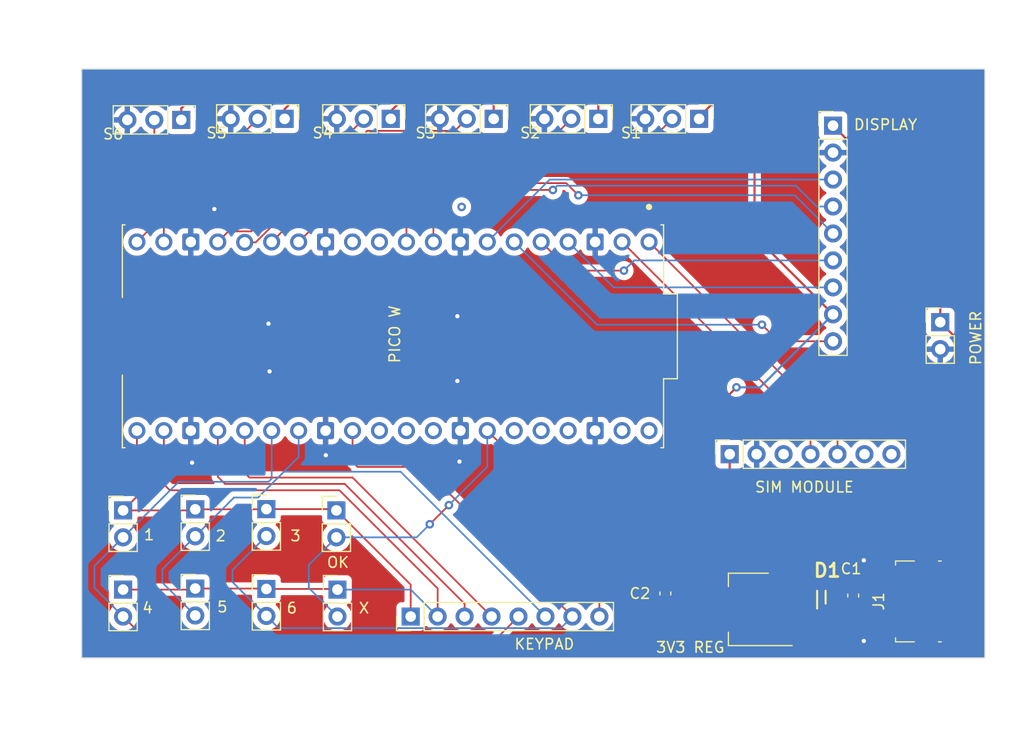
<source format=kicad_pcb>
(kicad_pcb (version 20221018) (generator pcbnew)
  (layers (0 "F.Cu" signal) (31 "B.Cu" signal) (34 "B.Paste" user) (35 "F.Paste" user) (36 "B.SilkS" user "B.Silkscreen") (37 "F.SilkS" user "F.Silkscreen") (38 "B.Mask" user) (39 "F.Mask" user) (44 "Edge.Cuts" user))
  (net 0 "")
  (net 1 "GND")
  (net 2 "/GP10")
  (net 3 "/GP11")
  (net 4 "/GP12")
  (net 5 "/GP13")
  (net 6 "+3V3")
  (net 7 "/GP2")
  (net 8 "/GP3")
  (net 9 "/GP4")
  (net 10 "/GP5")
  (net 11 "/GP6")
  (net 12 "/GP7")
  (net 13 "/GP14")
  (net 14 "/GP15")
  (net 15 "/GP16")
  (net 16 "/GP17")
  (net 17 "/GP18")
  (net 18 "/GP19")
  (net 19 "/GP20")
  (net 20 "/GP21")
  (net 21 "/GP22")
  (net 22 "/GP28")
  (net 26 "+5V")
  (net 31 "/RX")
  (net 32 "/TX")
  (footprint "Connector_PinHeader_2.54mm:PinHeader_1x03_P2.54mm_Vertical" (layer "F.Cu") (at 125.18 87.8 -90)
    (fp_text reference "S6" (at 1.33 6.41 -180) (layer "F.SilkS"))
    (fp_text value "Conn_01x03_Pin" hide)
    (fp_line (start -1.33 -1.33) (end 0 -1.33) (stroke (width 0.12)) (layer "F.SilkS"))
    (fp_line (start -1.33 0) (end -1.33 -1.33) (stroke (width 0.12)) (layer "F.SilkS"))
    (fp_line (start -1.33 1.27) (end -1.33 6.41) (stroke (width 0.12)) (layer "F.SilkS"))
    (fp_line (start -1.33 1.27) (end 1.33 1.27) (stroke (width 0.12)) (layer "F.SilkS"))
    (fp_line (start -1.33 6.41) (end 1.33 6.41) (stroke (width 0.12)) (layer "F.SilkS"))
    (fp_line (start 1.33 1.27) (end 1.33 6.41) (stroke (width 0.12)) (layer "F.SilkS"))
    (pad "1" thru_hole rect (at 0 0 270) (size 1.7 1.7) (drill 1) (layers "*.Cu" "*.Mask") (net 6 "+3V3"))
    (pad "2" thru_hole oval (at 0 2.54 270) (size 1.7 1.7) (drill 1) (layers "*.Cu" "*.Mask") (net 14 "/GP15"))
    (pad "3" thru_hole oval (at 0 5.08 270) (size 1.7 1.7) (drill 1) (layers "*.Cu" "*.Mask") (net 1 "GND"))
  )
  (footprint "Connector_PinHeader_2.54mm:PinHeader_1x02_P2.54mm_Vertical" (layer "F.Cu") (at 119.7 124.595)
    (fp_text reference "1" (at 2.45 2.305) (layer "F.SilkS"))
    (fp_text value "1" hide)
    (fp_line (start -1.33 -1.33) (end 0 -1.33) (stroke (width 0.12)) (layer "F.SilkS"))
    (fp_line (start -1.33 0) (end -1.33 -1.33) (stroke (width 0.12)) (layer "F.SilkS"))
    (fp_line (start -1.33 1.27) (end -1.33 3.87) (stroke (width 0.12)) (layer "F.SilkS"))
    (fp_line (start -1.33 1.27) (end 1.33 1.27) (stroke (width 0.12)) (layer "F.SilkS"))
    (fp_line (start -1.33 3.87) (end 1.33 3.87) (stroke (width 0.12)) (layer "F.SilkS"))
    (fp_line (start 1.33 1.27) (end 1.33 3.87) (stroke (width 0.12)) (layer "F.SilkS"))
    (pad "1" thru_hole rect (at 0 0) (size 1.7 1.7) (drill 1) (layers "*.Cu" "*.Mask") (net 15 "/GP16"))
    (pad "2" thru_hole oval (at 0 2.54) (size 1.7 1.7) (drill 1) (layers "*.Cu" "*.Mask") (net 19 "/GP20"))
  )
  (footprint "Connector_PinHeader_2.54mm:PinHeader_1x03_P2.54mm_Vertical" (layer "F.Cu") (at 144.92 87.7 -90)
    (fp_text reference "S4" (at 1.33 6.41 -180) (layer "F.SilkS"))
    (fp_text value "Conn_01x03_Pin" hide)
    (fp_line (start -1.33 -1.33) (end 0 -1.33) (stroke (width 0.12)) (layer "F.SilkS"))
    (fp_line (start -1.33 0) (end -1.33 -1.33) (stroke (width 0.12)) (layer "F.SilkS"))
    (fp_line (start -1.33 1.27) (end -1.33 6.41) (stroke (width 0.12)) (layer "F.SilkS"))
    (fp_line (start -1.33 1.27) (end 1.33 1.27) (stroke (width 0.12)) (layer "F.SilkS"))
    (fp_line (start -1.33 6.41) (end 1.33 6.41) (stroke (width 0.12)) (layer "F.SilkS"))
    (fp_line (start 1.33 1.27) (end 1.33 6.41) (stroke (width 0.12)) (layer "F.SilkS"))
    (pad "1" thru_hole rect (at 0 0 270) (size 1.7 1.7) (drill 1) (layers "*.Cu" "*.Mask") (net 6 "+3V3"))
    (pad "2" thru_hole oval (at 0 2.54 270) (size 1.7 1.7) (drill 1) (layers "*.Cu" "*.Mask") (net 5 "/GP13"))
    (pad "3" thru_hole oval (at 0 5.08 270) (size 1.7 1.7) (drill 1) (layers "*.Cu" "*.Mask") (net 1 "GND"))
  )
  (footprint "Connector_PinHeader_2.54mm:PinHeader_1x03_P2.54mm_Vertical" (layer "F.Cu") (at 154.62 87.7 -90)
    (fp_text reference "S3" (at 1.33 6.41 -180) (layer "F.SilkS"))
    (fp_text value "Conn_01x03_Pin" hide)
    (fp_line (start -1.33 -1.33) (end 0 -1.33) (stroke (width 0.12)) (layer "F.SilkS"))
    (fp_line (start -1.33 0) (end -1.33 -1.33) (stroke (width 0.12)) (layer "F.SilkS"))
    (fp_line (start -1.33 1.27) (end -1.33 6.41) (stroke (width 0.12)) (layer "F.SilkS"))
    (fp_line (start -1.33 1.27) (end 1.33 1.27) (stroke (width 0.12)) (layer "F.SilkS"))
    (fp_line (start -1.33 6.41) (end 1.33 6.41) (stroke (width 0.12)) (layer "F.SilkS"))
    (fp_line (start 1.33 1.27) (end 1.33 6.41) (stroke (width 0.12)) (layer "F.SilkS"))
    (pad "1" thru_hole rect (at 0 0 270) (size 1.7 1.7) (drill 1) (layers "*.Cu" "*.Mask") (net 6 "+3V3"))
    (pad "2" thru_hole oval (at 0 2.54 270) (size 1.7 1.7) (drill 1) (layers "*.Cu" "*.Mask") (net 4 "/GP12"))
    (pad "3" thru_hole oval (at 0 5.08 270) (size 1.7 1.7) (drill 1) (layers "*.Cu" "*.Mask") (net 1 "GND"))
  )
  (footprint "Connector_PinHeader_2.54mm:PinHeader_1x02_P2.54mm_Vertical" (layer "F.Cu") (at 196.7 106.86)
    (fp_text reference "POWER" (at 3.35 1.49 90) (layer "F.SilkS"))
    (fp_text value "Conn_01x02_Pin" hide)
    (fp_line (start -1.33 -1.33) (end 0 -1.33) (stroke (width 0.12)) (layer "F.SilkS"))
    (fp_line (start -1.33 0) (end -1.33 -1.33) (stroke (width 0.12)) (layer "F.SilkS"))
    (fp_line (start -1.33 1.27) (end -1.33 3.87) (stroke (width 0.12)) (layer "F.SilkS"))
    (fp_line (start -1.33 1.27) (end 1.33 1.27) (stroke (width 0.12)) (layer "F.SilkS"))
    (fp_line (start -1.33 3.87) (end 1.33 3.87) (stroke (width 0.12)) (layer "F.SilkS"))
    (fp_line (start 1.33 1.27) (end 1.33 3.87) (stroke (width 0.12)) (layer "F.SilkS"))
    (pad "1" thru_hole rect (at 0 0) (size 1.7 1.7) (drill 1) (layers "*.Cu" "*.Mask") (net 26 "+5V"))
    (pad "2" thru_hole oval (at 0 2.54) (size 1.7 1.7) (drill 1) (layers "*.Cu" "*.Mask") (net 1 "GND"))
  )
  (footprint "Connector_PinHeader_2.54mm:PinHeader_1x02_P2.54mm_Vertical" (layer "F.Cu") (at 119.7 132.06)
    (fp_text reference "4" (at 2.3 1.74) (layer "F.SilkS"))
    (fp_text value "4" hide)
    (fp_line (start -1.33 -1.33) (end 0 -1.33) (stroke (width 0.12)) (layer "F.SilkS"))
    (fp_line (start -1.33 0) (end -1.33 -1.33) (stroke (width 0.12)) (layer "F.SilkS"))
    (fp_line (start -1.33 1.27) (end -1.33 3.87) (stroke (width 0.12)) (layer "F.SilkS"))
    (fp_line (start -1.33 1.27) (end 1.33 1.27) (stroke (width 0.12)) (layer "F.SilkS"))
    (fp_line (start -1.33 3.87) (end 1.33 3.87) (stroke (width 0.12)) (layer "F.SilkS"))
    (fp_line (start 1.33 1.27) (end 1.33 3.87) (stroke (width 0.12)) (layer "F.SilkS"))
    (pad "1" thru_hole rect (at 0 0) (size 1.7 1.7) (drill 1) (layers "*.Cu" "*.Mask") (net 16 "/GP17"))
    (pad "2" thru_hole oval (at 0 2.54) (size 1.7 1.7) (drill 1) (layers "*.Cu" "*.Mask") (net 19 "/GP20"))
  )
  (footprint "Connector_PinHeader_2.54mm:PinHeader_1x03_P2.54mm_Vertical" (layer "F.Cu") (at 134.92 87.7 -90)
    (fp_text reference "S5" (at 1.33 6.41 -180) (layer "F.SilkS"))
    (fp_text value "Conn_01x03_Pin" hide)
    (fp_line (start -1.33 -1.33) (end 0 -1.33) (stroke (width 0.12)) (layer "F.SilkS"))
    (fp_line (start -1.33 0) (end -1.33 -1.33) (stroke (width 0.12)) (layer "F.SilkS"))
    (fp_line (start -1.33 1.27) (end -1.33 6.41) (stroke (width 0.12)) (layer "F.SilkS"))
    (fp_line (start -1.33 1.27) (end 1.33 1.27) (stroke (width 0.12)) (layer "F.SilkS"))
    (fp_line (start -1.33 6.41) (end 1.33 6.41) (stroke (width 0.12)) (layer "F.SilkS"))
    (fp_line (start 1.33 1.27) (end 1.33 6.41) (stroke (width 0.12)) (layer "F.SilkS"))
    (pad "1" thru_hole rect (at 0 0 270) (size 1.7 1.7) (drill 1) (layers "*.Cu" "*.Mask") (net 6 "+3V3"))
    (pad "2" thru_hole oval (at 0 2.54 270) (size 1.7 1.7) (drill 1) (layers "*.Cu" "*.Mask") (net 13 "/GP14"))
    (pad "3" thru_hole oval (at 0 5.08 270) (size 1.7 1.7) (drill 1) (layers "*.Cu" "*.Mask") (net 1 "GND"))
  )
  (footprint "Connector_USB:USB_Micro-B_Molex_47346-0001" (layer "F.Cu") (at 194.200002 133.174996 90)
    (fp_text reference "J1" (at 0 -3.3 90) (layer "F.SilkS"))
    (fp_text value "USB_B_Micro")
    (fp_line (start -3.81 -1.71) (end -3.43 -1.71) (stroke (width 0.12)) (layer "F.SilkS"))
    (fp_line (start -3.81 0.06) (end -3.81 -1.71) (stroke (width 0.12)) (layer "F.SilkS"))
    (fp_line (start -3.81 2.6) (end -3.81 2.34) (stroke (width 0.12)) (layer "F.SilkS"))
    (fp_line (start 3.81 -1.71) (end 3.43 -1.71) (stroke (width 0.12)) (layer "F.SilkS"))
    (fp_line (start 3.81 -1.71) (end 3.81 0.06) (stroke (width 0.12)) (layer "F.SilkS"))
    (fp_line (start 3.81 2.34) (end 3.81 2.6) (stroke (width 0.12)) (layer "F.SilkS"))
    (pad "1" smd rect (at -1.3 -1.46 90) (size 0.45 1.38) (layers "F.Cu" "F.Paste" "F.Mask") (net 26 "+5V"))
    (pad "2" smd rect (at -0.65 -1.46 90) (size 0.45 1.38) (layers "F.Cu" "F.Paste" "F.Mask"))
    (pad "3" smd rect (at 0 -1.46 90) (size 0.45 1.38) (layers "F.Cu" "F.Paste" "F.Mask"))
    (pad "4" smd rect (at 0.65 -1.46 90) (size 0.45 1.38) (layers "F.Cu" "F.Paste" "F.Mask"))
    (pad "5" smd rect (at 1.3 -1.46 90) (size 0.45 1.38) (layers "F.Cu" "F.Paste" "F.Mask") (net 1 "GND"))
    (pad "6" smd rect (at -3.375 1.2 90) (size 1.65 1.3) (layers "F.Cu" "F.Paste" "F.Mask") (net 1 "GND"))
    (pad "6" smd rect (at -2.4875 -1.375 90) (size 1.425 1.55) (layers "F.Cu" "F.Paste" "F.Mask") (net 1 "GND"))
    (pad "6" smd rect (at -1.15 1.2 90) (size 1.8 1.9) (layers "F.Cu" "F.Paste" "F.Mask") (net 1 "GND"))
    (pad "6" smd rect (at 1.55 1.2 90) (size 1 1.9) (layers "F.Cu" "F.Paste" "F.Mask") (net 1 "GND"))
    (pad "6" smd rect (at 2.4875 -1.375 90) (size 1.425 1.55) (layers "F.Cu" "F.Paste" "F.Mask") (net 1 "GND"))
    (pad "6" smd rect (at 3.375 1.2 90) (size 1.65 1.3) (layers "F.Cu" "F.Paste" "F.Mask") (net 1 "GND"))
  )
  (footprint "Capacitor_SMD:C_0603_1608Metric" (layer "F.Cu") (at 188.500002 132.625 90)
    (fp_text reference "C1" (at 2.525 -0.200002) (layer "F.SilkS"))
    (fp_text value "10u")
    (fp_line (start -0.14058 -0.51) (end 0.14058 -0.51) (stroke (width 0.12)) (layer "F.SilkS"))
    (fp_line (start -0.14058 0.51) (end 0.14058 0.51) (stroke (width 0.12)) (layer "F.SilkS"))
    (pad "1" smd roundrect (at -0.775 0 90) (size 0.9 0.95) (layers "F.Cu" "F.Paste" "F.Mask") (net 26 "+5V"))
    (pad "2" smd roundrect (at 0.775 0 90) (size 0.9 0.95) (layers "F.Cu" "F.Paste" "F.Mask") (net 1 "GND"))
  )
  (footprint "Connector_PinHeader_2.54mm:PinHeader_1x02_P2.54mm_Vertical" (layer "F.Cu") (at 133.2 132)
    (fp_text reference "6" (at 2.4 1.8) (layer "F.SilkS"))
    (fp_text value "6" hide)
    (fp_line (start -1.33 -1.33) (end 0 -1.33) (stroke (width 0.12)) (layer "F.SilkS"))
    (fp_line (start -1.33 0) (end -1.33 -1.33) (stroke (width 0.12)) (layer "F.SilkS"))
    (fp_line (start -1.33 1.27) (end -1.33 3.87) (stroke (width 0.12)) (layer "F.SilkS"))
    (fp_line (start -1.33 1.27) (end 1.33 1.27) (stroke (width 0.12)) (layer "F.SilkS"))
    (fp_line (start -1.33 3.87) (end 1.33 3.87) (stroke (width 0.12)) (layer "F.SilkS"))
    (fp_line (start 1.33 1.27) (end 1.33 3.87) (stroke (width 0.12)) (layer "F.SilkS"))
    (pad "1" thru_hole rect (at 0 0) (size 1.7 1.7) (drill 1) (layers "*.Cu" "*.Mask") (net 16 "/GP17"))
    (pad "2" thru_hole oval (at 0 2.54) (size 1.7 1.7) (drill 1) (layers "*.Cu" "*.Mask") (net 21 "/GP22"))
  )
  (footprint "Connector_PinHeader_2.54mm:PinHeader_1x09_P2.54mm_Vertical" (layer "F.Cu") (at 186.6 88.34)
    (fp_text reference "DISPLAY" (at 4.95 -0.09) (layer "F.SilkS"))
    (fp_text value "Conn_01x09_Pin" hide)
    (fp_line (start -1.33 -1.33) (end 0 -1.33) (stroke (width 0.12)) (layer "F.SilkS"))
    (fp_line (start -1.33 0) (end -1.33 -1.33) (stroke (width 0.12)) (layer "F.SilkS"))
    (fp_line (start -1.33 1.27) (end -1.33 21.65) (stroke (width 0.12)) (layer "F.SilkS"))
    (fp_line (start -1.33 1.27) (end 1.33 1.27) (stroke (width 0.12)) (layer "F.SilkS"))
    (fp_line (start -1.33 21.65) (end 1.33 21.65) (stroke (width 0.12)) (layer "F.SilkS"))
    (fp_line (start 1.33 1.27) (end 1.33 21.65) (stroke (width 0.12)) (layer "F.SilkS"))
    (pad "1" thru_hole rect (at 0 0) (size 1.7 1.7) (drill 1) (layers "*.Cu" "*.Mask") (net 26 "+5V"))
    (pad "2" thru_hole oval (at 0 2.54) (size 1.7 1.7) (drill 1) (layers "*.Cu" "*.Mask") (net 1 "GND"))
    (pad "3" thru_hole oval (at 0 5.08) (size 1.7 1.7) (drill 1) (layers "*.Cu" "*.Mask") (net 10 "/GP5"))
    (pad "4" thru_hole oval (at 0 7.62) (size 1.7 1.7) (drill 1) (layers "*.Cu" "*.Mask") (net 11 "/GP6"))
    (pad "5" thru_hole oval (at 0 10.16) (size 1.7 1.7) (drill 1) (layers "*.Cu" "*.Mask") (net 12 "/GP7"))
    (pad "6" thru_hole oval (at 0 12.7) (size 1.7 1.7) (drill 1) (layers "*.Cu" "*.Mask") (net 8 "/GP3"))
    (pad "7" thru_hole oval (at 0 15.24) (size 1.7 1.7) (drill 1) (layers "*.Cu" "*.Mask") (net 7 "/GP2"))
    (pad "8" thru_hole oval (at 0 17.78) (size 1.7 1.7) (drill 1) (layers "*.Cu" "*.Mask") (net 6 "+3V3"))
    (pad "9" thru_hole oval (at 0 20.32) (size 1.7 1.7) (drill 1) (layers "*.Cu" "*.Mask") (net 9 "/GP4"))
  )
  (footprint "Connector_PinHeader_2.54mm:PinHeader_1x02_P2.54mm_Vertical" (layer "F.Cu") (at 126.5 131.96)
    (fp_text reference "5" (at 2.55 1.74) (layer "F.SilkS"))
    (fp_text value "5" hide)
    (fp_line (start -1.33 -1.33) (end 0 -1.33) (stroke (width 0.12)) (layer "F.SilkS"))
    (fp_line (start -1.33 0) (end -1.33 -1.33) (stroke (width 0.12)) (layer "F.SilkS"))
    (fp_line (start -1.33 1.27) (end -1.33 3.87) (stroke (width 0.12)) (layer "F.SilkS"))
    (fp_line (start -1.33 1.27) (end 1.33 1.27) (stroke (width 0.12)) (layer "F.SilkS"))
    (fp_line (start -1.33 3.87) (end 1.33 3.87) (stroke (width 0.12)) (layer "F.SilkS"))
    (fp_line (start 1.33 1.27) (end 1.33 3.87) (stroke (width 0.12)) (layer "F.SilkS"))
    (pad "1" thru_hole rect (at 0 0) (size 1.7 1.7) (drill 1) (layers "*.Cu" "*.Mask") (net 16 "/GP17"))
    (pad "2" thru_hole oval (at 0 2.54) (size 1.7 1.7) (drill 1) (layers "*.Cu" "*.Mask") (net 20 "/GP21"))
  )
  (footprint "Pico:SODFL1608X70N" (layer "F.Cu") (at 185.5 132.774998 90)
    (fp_text reference "D1" (at 2.524998 0.55 180) (layer "F.SilkS") (effects (font (size 1.27 1.27) (thickness 0.254))))
    (fp_text value "ESD5Z7.0T1G" hide)
    (fp_line (start -1.07 -0.4) (end 0.6 -0.4) (stroke (width 0.2)) (layer "F.SilkS"))
    (fp_line (start -0.6 0.4) (end 0.6 0.4) (stroke (width 0.2)) (layer "F.SilkS"))
    (pad "1" smd rect (at -0.75 0 180) (size 0.42 0.64) (layers "F.Cu" "F.Paste" "F.Mask") (net 26 "+5V"))
    (pad "2" smd rect (at 0.75 0 180) (size 0.42 0.64) (layers "F.Cu" "F.Paste" "F.Mask") (net 1 "GND"))
  )
  (footprint "Connector_PinSocket_2.54mm:PinSocket_1x07_P2.54mm_Vertical" (layer "F.Cu") (at 176.86 119.3 90)
    (fp_text reference "SIM MODULE" (at -3.1 7.04 180) (layer "F.SilkS"))
    (fp_text value "Conn_01x07_Socket" hide)
    (fp_line (start -1.33 1.27) (end -1.33 16.57) (stroke (width 0.12)) (layer "F.SilkS"))
    (fp_line (start -1.33 1.27) (end 1.33 1.27) (stroke (width 0.12)) (layer "F.SilkS"))
    (fp_line (start -1.33 16.57) (end 1.33 16.57) (stroke (width 0.12)) (layer "F.SilkS"))
    (fp_line (start 0 -1.33) (end 1.33 -1.33) (stroke (width 0.12)) (layer "F.SilkS"))
    (fp_line (start 1.33 -1.33) (end 1.33 0) (stroke (width 0.12)) (layer "F.SilkS"))
    (fp_line (start 1.33 1.27) (end 1.33 16.57) (stroke (width 0.12)) (layer "F.SilkS"))
    (pad "1" thru_hole rect (at 0 0 90) (size 1.7 1.7) (drill 1) (layers "*.Cu" "*.Mask") (net 26 "+5V"))
    (pad "2" thru_hole oval (at 0 2.54 90) (size 1.7 1.7) (drill 1) (layers "*.Cu" "*.Mask") (net 1 "GND"))
    (pad "3" thru_hole oval (at 0 5.08 90) (size 1.7 1.7) (drill 1) (layers "*.Cu" "*.Mask"))
    (pad "4" thru_hole oval (at 0 7.62 90) (size 1.7 1.7) (drill 1) (layers "*.Cu" "*.Mask") (net 31 "/RX"))
    (pad "5" thru_hole oval (at 0 10.16 90) (size 1.7 1.7) (drill 1) (layers "*.Cu" "*.Mask") (net 32 "/TX"))
    (pad "6" thru_hole oval (at 0 12.7 90) (size 1.7 1.7) (drill 1) (layers "*.Cu" "*.Mask"))
    (pad "7" thru_hole oval (at 0 15.24 90) (size 1.7 1.7) (drill 1) (layers "*.Cu" "*.Mask"))
  )
  (footprint "Connector_PinHeader_2.54mm:PinHeader_1x02_P2.54mm_Vertical" (layer "F.Cu") (at 133.2 124.475)
    (fp_text reference "3" (at 2.75 2.525) (layer "F.SilkS"))
    (fp_text value "3" hide)
    (fp_line (start -1.33 -1.33) (end 0 -1.33) (stroke (width 0.12)) (layer "F.SilkS"))
    (fp_line (start -1.33 0) (end -1.33 -1.33) (stroke (width 0.12)) (layer "F.SilkS"))
    (fp_line (start -1.33 1.27) (end -1.33 3.87) (stroke (width 0.12)) (layer "F.SilkS"))
    (fp_line (start -1.33 1.27) (end 1.33 1.27) (stroke (width 0.12)) (layer "F.SilkS"))
    (fp_line (start -1.33 3.87) (end 1.33 3.87) (stroke (width 0.12)) (layer "F.SilkS"))
    (fp_line (start 1.33 1.27) (end 1.33 3.87) (stroke (width 0.12)) (layer "F.SilkS"))
    (pad "1" thru_hole rect (at 0 0) (size 1.7 1.7) (drill 1) (layers "*.Cu" "*.Mask") (net 15 "/GP16"))
    (pad "2" thru_hole oval (at 0 2.54) (size 1.7 1.7) (drill 1) (layers "*.Cu" "*.Mask") (net 21 "/GP22"))
  )
  (footprint "Connector_PinHeader_2.54mm:PinHeader_1x02_P2.54mm_Vertical" (layer "F.Cu") (at 139.9 132.06)
    (fp_text reference "X" (at 2.5 1.74) (layer "F.SilkS"))
    (fp_text value "CANCEL" hide)
    (fp_line (start -1.33 -1.33) (end 0 -1.33) (stroke (width 0.12)) (layer "F.SilkS"))
    (fp_line (start -1.33 0) (end -1.33 -1.33) (stroke (width 0.12)) (layer "F.SilkS"))
    (fp_line (start -1.33 1.27) (end -1.33 3.87) (stroke (width 0.12)) (layer "F.SilkS"))
    (fp_line (start -1.33 1.27) (end 1.33 1.27) (stroke (width 0.12)) (layer "F.SilkS"))
    (fp_line (start -1.33 3.87) (end 1.33 3.87) (stroke (width 0.12)) (layer "F.SilkS"))
    (fp_line (start 1.33 1.27) (end 1.33 3.87) (stroke (width 0.12)) (layer "F.SilkS"))
    (pad "1" thru_hole rect (at 0 0) (size 1.7 1.7) (drill 1) (layers "*.Cu" "*.Mask") (net 16 "/GP17"))
    (pad "2" thru_hole oval (at 0 2.54) (size 1.7 1.7) (drill 1) (layers "*.Cu" "*.Mask") (net 22 "/GP28"))
  )
  (footprint "Connector_PinHeader_2.54mm:PinHeader_1x03_P2.54mm_Vertical" (layer "F.Cu") (at 164.48 87.7 -90)
    (fp_text reference "S2" (at 1.33 6.41 -180) (layer "F.SilkS"))
    (fp_text value "Conn_01x03_Pin" hide)
    (fp_line (start -1.33 -1.33) (end 0 -1.33) (stroke (width 0.12)) (layer "F.SilkS"))
    (fp_line (start -1.33 0) (end -1.33 -1.33) (stroke (width 0.12)) (layer "F.SilkS"))
    (fp_line (start -1.33 1.27) (end -1.33 6.41) (stroke (width 0.12)) (layer "F.SilkS"))
    (fp_line (start -1.33 1.27) (end 1.33 1.27) (stroke (width 0.12)) (layer "F.SilkS"))
    (fp_line (start -1.33 6.41) (end 1.33 6.41) (stroke (width 0.12)) (layer "F.SilkS"))
    (fp_line (start 1.33 1.27) (end 1.33 6.41) (stroke (width 0.12)) (layer "F.SilkS"))
    (pad "1" thru_hole rect (at 0 0 270) (size 1.7 1.7) (drill 1) (layers "*.Cu" "*.Mask") (net 6 "+3V3"))
    (pad "2" thru_hole oval (at 0 2.54 270) (size 1.7 1.7) (drill 1) (layers "*.Cu" "*.Mask") (net 3 "/GP11"))
    (pad "3" thru_hole oval (at 0 5.08 270) (size 1.7 1.7) (drill 1) (layers "*.Cu" "*.Mask") (net 1 "GND"))
  )
  (footprint "Connector_PinHeader_2.54mm:PinHeader_1x08_P2.54mm_Vertical" (layer "F.Cu") (at 146.8 134.6 90)
    (fp_text reference "KEYPAD" (at -2.6 12.6 180) (layer "F.SilkS"))
    (fp_text value "Conn_01x08_Pin" hide)
    (fp_line (start -1.33 -1.33) (end 0 -1.33) (stroke (width 0.12)) (layer "F.SilkS"))
    (fp_line (start -1.33 0) (end -1.33 -1.33) (stroke (width 0.12)) (layer "F.SilkS"))
    (fp_line (start -1.33 1.27) (end -1.33 19.11) (stroke (width 0.12)) (layer "F.SilkS"))
    (fp_line (start -1.33 1.27) (end 1.33 1.27) (stroke (width 0.12)) (layer "F.SilkS"))
    (fp_line (start -1.33 19.11) (end 1.33 19.11) (stroke (width 0.12)) (layer "F.SilkS"))
    (fp_line (start 1.33 1.27) (end 1.33 19.11) (stroke (width 0.12)) (layer "F.SilkS"))
    (pad "1" thru_hole rect (at 0 0 90) (size 1.7 1.7) (drill 1) (layers "*.Cu" "*.Mask") (net 15 "/GP16"))
    (pad "2" thru_hole oval (at 0 2.54 90) (size 1.7 1.7) (drill 1) (layers "*.Cu" "*.Mask") (net 16 "/GP17"))
    (pad "3" thru_hole oval (at 0 5.08 90) (size 1.7 1.7) (drill 1) (layers "*.Cu" "*.Mask") (net 17 "/GP18"))
    (pad "4" thru_hole oval (at 0 7.62 90) (size 1.7 1.7) (drill 1) (layers "*.Cu" "*.Mask") (net 18 "/GP19"))
    (pad "5" thru_hole oval (at 0 10.16 90) (size 1.7 1.7) (drill 1) (layers "*.Cu" "*.Mask") (net 19 "/GP20"))
    (pad "6" thru_hole oval (at 0 12.7 90) (size 1.7 1.7) (drill 1) (layers "*.Cu" "*.Mask") (net 20 "/GP21"))
    (pad "7" thru_hole oval (at 0 15.24 90) (size 1.7 1.7) (drill 1) (layers "*.Cu" "*.Mask") (net 21 "/GP22"))
    (pad "8" thru_hole oval (at 0 17.78 90) (size 1.7 1.7) (drill 1) (layers "*.Cu" "*.Mask") (net 22 "/GP28"))
  )
  (footprint "Connector_PinHeader_2.54mm:PinHeader_1x02_P2.54mm_Vertical" (layer "F.Cu") (at 139.8 124.595)
    (fp_text reference "OK" (at 0.15 4.905) (layer "F.SilkS"))
    (fp_text value "OK" hide)
    (fp_line (start -1.33 -1.33) (end 0 -1.33) (stroke (width 0.12)) (layer "F.SilkS"))
    (fp_line (start -1.33 0) (end -1.33 -1.33) (stroke (width 0.12)) (layer "F.SilkS"))
    (fp_line (start -1.33 1.27) (end -1.33 3.87) (stroke (width 0.12)) (layer "F.SilkS"))
    (fp_line (start -1.33 1.27) (end 1.33 1.27) (stroke (width 0.12)) (layer "F.SilkS"))
    (fp_line (start -1.33 3.87) (end 1.33 3.87) (stroke (width 0.12)) (layer "F.SilkS"))
    (fp_line (start 1.33 1.27) (end 1.33 3.87) (stroke (width 0.12)) (layer "F.SilkS"))
    (pad "1" thru_hole rect (at 0 0) (size 1.7 1.7) (drill 1) (layers "*.Cu" "*.Mask") (net 15 "/GP16"))
    (pad "2" thru_hole oval (at 0 2.54) (size 1.7 1.7) (drill 1) (layers "*.Cu" "*.Mask") (net 22 "/GP28"))
  )
  (footprint "Connector_PinHeader_2.54mm:PinHeader_1x02_P2.54mm_Vertical" (layer "F.Cu") (at 126.5 124.495)
    (fp_text reference "2" (at 2.4 2.505) (layer "F.SilkS"))
    (fp_text value "2" hide)
    (fp_line (start -1.33 -1.33) (end 0 -1.33) (stroke (width 0.12)) (layer "F.SilkS"))
    (fp_line (start -1.33 0) (end -1.33 -1.33) (stroke (width 0.12)) (layer "F.SilkS"))
    (fp_line (start -1.33 1.27) (end -1.33 3.87) (stroke (width 0.12)) (layer "F.SilkS"))
    (fp_line (start -1.33 1.27) (end 1.33 1.27) (stroke (width 0.12)) (layer "F.SilkS"))
    (fp_line (start -1.33 3.87) (end 1.33 3.87) (stroke (width 0.12)) (layer "F.SilkS"))
    (fp_line (start 1.33 1.27) (end 1.33 3.87) (stroke (width 0.12)) (layer "F.SilkS"))
    (pad "1" thru_hole rect (at 0 0) (size 1.7 1.7) (drill 1) (layers "*.Cu" "*.Mask") (net 15 "/GP16"))
    (pad "2" thru_hole oval (at 0 2.54) (size 1.7 1.7) (drill 1) (layers "*.Cu" "*.Mask") (net 20 "/GP21"))
  )
  (footprint "Pico:MODULE_SC0918" (layer "F.Cu") (at 145.13 108.19 -90)
    (fp_text reference "PICO W" (at -0.19 -0.17 90) (layer "F.SilkS"))
    (fp_text value "RASPBERRY_PI_PICO_WH")
    (fp_line (start -10.5 -25.5) (end -4 -25.5) (stroke (width 0.127)) (layer "F.SilkS"))
    (fp_line (start -10.5 -25.25) (end -10.5 -25.5) (stroke (width 0.127)) (layer "F.SilkS"))
    (fp_line (start -10.5 25.5) (end -10.5 25.25) (stroke (width 0.127)) (layer "F.SilkS"))
    (fp_line (start -4 -26.8) (end 4 -26.8) (stroke (width 0.127)) (layer "F.SilkS"))
    (fp_line (start -4 -25.5) (end -4 -26.8) (stroke (width 0.127)) (layer "F.SilkS"))
    (fp_line (start -3.66 25.5) (end -10.5 25.5) (stroke (width 0.127)) (layer "F.SilkS"))
    (fp_line (start 4 -26.8) (end 4 -25.5) (stroke (width 0.127)) (layer "F.SilkS"))
    (fp_line (start 4 -25.5) (end 10.5 -25.5) (stroke (width 0.127)) (layer "F.SilkS"))
    (fp_line (start 10.5 -25.5) (end 10.5 -25.25) (stroke (width 0.127)) (layer "F.SilkS"))
    (fp_line (start 10.5 25.5) (end 3.66 25.5) (stroke (width 0.127)) (layer "F.SilkS"))
    (fp_line (start 10.5 25.5) (end 10.5 25.25) (stroke (width 0.127)) (layer "F.SilkS"))
    (fp_circle (center -12.19 -24.13) (end -11.99 -24.13) (stroke (width 0.2)) (fill solid) (layer "F.SilkS"))
    (pad "1" thru_hole circle (at -8.89 -24.13 270) (size 1.6 1.6) (drill 1) (layers "*.Cu" "*.Mask") (net 32 "/TX"))
    (pad "2" thru_hole circle (at -8.89 -21.59 270) (size 1.6 1.6) (drill 1) (layers "*.Cu" "*.Mask") (net 31 "/RX"))
    (pad "3" thru_hole roundrect (at -8.89 -19.05 270) (size 1.6 1.6) (drill 1) (layers "*.Cu" "*.Mask") (roundrect_rratio 0.125) (net 1 "GND"))
    (pad "4" thru_hole circle (at -8.89 -16.51 270) (size 1.6 1.6) (drill 1) (layers "*.Cu" "*.Mask") (net 7 "/GP2"))
    (pad "5" thru_hole circle (at -8.89 -13.97 270) (size 1.6 1.6) (drill 1) (layers "*.Cu" "*.Mask") (net 8 "/GP3"))
    (pad "6" thru_hole circle (at -8.89 -11.43 270) (size 1.6 1.6) (drill 1) (layers "*.Cu" "*.Mask") (net 9 "/GP4"))
    (pad "7" thru_hole circle (at -8.89 -8.89 270) (size 1.6 1.6) (drill 1) (layers "*.Cu" "*.Mask") (net 10 "/GP5"))
    (pad "8" thru_hole roundrect (at -8.89 -6.35 270) (size 1.6 1.6) (drill 1) (layers "*.Cu" "*.Mask") (roundrect_rratio 0.125) (net 1 "GND"))
    (pad "9" thru_hole circle (at -8.89 -3.81 270) (size 1.6 1.6) (drill 1) (layers "*.Cu" "*.Mask") (net 11 "/GP6"))
    (pad "10" thru_hole circle (at -8.89 -1.27 270) (size 1.6 1.6) (drill 1) (layers "*.Cu" "*.Mask") (net 12 "/GP7"))
    (pad "11" thru_hole circle (at -8.89 1.27 270) (size 1.6 1.6) (drill 1) (layers "*.Cu" "*.Mask"))
    (pad "12" thru_hole circle (at -8.89 3.81 270) (size 1.6 1.6) (drill 1) (layers "*.Cu" "*.Mask"))
    (pad "13" thru_hole roundrect (at -8.89 6.35 270) (size 1.6 1.6) (drill 1) (layers "*.Cu" "*.Mask") (roundrect_rratio 0.125) (net 1 "GND"))
    (pad "14" thru_hole circle (at -8.89 8.89 270) (size 1.6 1.6) (drill 1) (layers "*.Cu" "*.Mask") (net 2 "/GP10"))
    (pad "15" thru_hole circle (at -8.89 11.43 270) (size 1.6 1.6) (drill 1) (layers "*.Cu" "*.Mask") (net 3 "/GP11"))
    (pad "16" thru_hole circle (at -8.848119 13.97 270) (size 1.6 1.6) (drill 1) (layers "*.Cu" "*.Mask") (net 4 "/GP12"))
    (pad "17" thru_hole circle (at -8.89 16.51 270) (size 1.6 1.6) (drill 1) (layers "*.Cu" "*.Mask") (net 5 "/GP13"))
    (pad "18" thru_hole roundrect (at -8.89 19.05 270) (size 1.6 1.6) (drill 1) (layers "*.Cu" "*.Mask") (roundrect_rratio 0.125) (net 1 "GND"))
    (pad "19" thru_hole circle (at -8.89 21.59 270) (size 1.6 1.6) (drill 1) (layers "*.Cu" "*.Mask") (net 13 "/GP14"))
    (pad "20" thru_hole circle (at -8.89 24.13 270) (size 1.6 1.6) (drill 1) (layers "*.Cu" "*.Mask") (net 14 "/GP15"))
    (pad "21" thru_hole circle (at 8.89 24.13 270) (size 1.6 1.6) (drill 1) (layers "*.Cu" "*.Mask") (net 15 "/GP16"))
    (pad "22" thru_hole circle (at 8.89 21.59 270) (size 1.6 1.6) (drill 1) (layers "*.Cu" "*.Mask") (net 16 "/GP17"))
    (pad "23" thru_hole roundrect (at 8.89 19.05 270) (size 1.6 1.6) (drill 1) (layers "*.Cu" "*.Mask") (roundrect_rratio 0.125) (net 1 "GND"))
    (pad "24" thru_hole circle (at 8.89 16.51 270) (size 1.6 1.6) (drill 1) (layers "*.Cu" "*.Mask") (net 17 "/GP18"))
    (pad "25" thru_hole circle (at 8.89 13.97 270) (size 1.6 1.6) (drill 1) (layers "*.Cu" "*.Mask") (net 18 "/GP19"))
    (pad "26" thru_hole circle (at 8.89 11.43 270) (size 1.6 1.6) (drill 1) (layers "*.Cu" "*.Mask") (net 19 "/GP20"))
    (pad "27" thru_hole circle (at 8.89 8.89 270) (size 1.6 1.6) (drill 1) (layers "*.Cu" "*.Mask") (net 20 "/GP21"))
    (pad "28" thru_hole roundrect (at 8.89 6.35 270) (size 1.6 1.6) (drill 1) (layers "*.Cu" "*.Mask") (roundrect_rratio 0.125) (net 1 "GND"))
    (pad "29" thru_hole circle (at 8.89 3.81 270) (size 1.6 1.6) (drill 1) (layers "*.Cu" "*.Mask") (net 21 "/GP22"))
    (pad "30" thru_hole circle (at 8.89 1.27 270) (size 1.6 1.6) (drill 1) (layers "*.Cu" "*.Mask"))
    (pad "31" thru_hole circle (at 8.89 -1.27 270) (size 1.6 1.6) (drill 1) (layers "*.Cu" "*.Mask"))
    (pad "32" thru_hole circle (at 8.89 -3.81 270) (size 1.6 1.6) (drill 1) (layers "*.Cu" "*.Mask"))
    (pad "33" thru_hole roundrect (at 8.89 -6.35 270) (size 1.6 1.6) (drill 1) (layers "*.Cu" "*.Mask") (roundrect_rratio 0.125) (net 1 "GND"))
    (pad "34" thru_hole circle (at 8.89 -8.89 270) (size 1.6 1.6) (drill 1) (layers "*.Cu" "*.Mask") (net 22 "/GP28"))
    (pad "35" thru_hole circle (at 8.89 -11.43 270) (size 1.6 1.6) (drill 1) (layers "*.Cu" "*.Mask"))
    (pad "36" thru_hole circle (at 8.89 -13.97 270) (size 1.6 1.6) (drill 1) (layers "*.Cu" "*.Mask"))
    (pad "37" thru_hole circle (at 8.89 -16.51 270) (size 1.6 1.6) (drill 1) (layers "*.Cu" "*.Mask"))
    (pad "38" thru_hole roundrect (at 8.89 -19.05 270) (size 1.6 1.6) (drill 1) (layers "*.Cu" "*.Mask") (roundrect_rratio 0.125) (net 1 "GND"))
    (pad "39" thru_hole circle (at 8.89 -21.59 270) (size 1.6 1.6) (drill 1) (layers "*.Cu" "*.Mask"))
    (pad "40" thru_hole circle (at 8.89 -24.13 270) (size 1.6 1.6) (drill 1) (layers "*.Cu" "*.Mask"))
  )
  (footprint "Connector_PinHeader_2.54mm:PinHeader_1x03_P2.54mm_Vertical" (layer "F.Cu") (at 173.98 87.7 -90)
    (fp_text reference "S1" (at 1.33 6.41 -180) (layer "F.SilkS"))
    (fp_text value "Conn_01x03_Pin" hide)
    (fp_line (start -1.33 -1.33) (end 0 -1.33) (stroke (width 0.12)) (layer "F.SilkS"))
    (fp_line (start -1.33 0) (end -1.33 -1.33) (stroke (width 0.12)) (layer "F.SilkS"))
    (fp_line (start -1.33 1.27) (end -1.33 6.41) (stroke (width 0.12)) (layer "F.SilkS"))
    (fp_line (start -1.33 1.27) (end 1.33 1.27) (stroke (width 0.12)) (layer "F.SilkS"))
    (fp_line (start -1.33 6.41) (end 1.33 6.41) (stroke (width 0.12)) (layer "F.SilkS"))
    (fp_line (start 1.33 1.27) (end 1.33 6.41) (stroke (width 0.12)) (layer "F.SilkS"))
    (pad "1" thru_hole rect (at 0 0 270) (size 1.7 1.7) (drill 1) (layers "*.Cu" "*.Mask") (net 6 "+3V3"))
    (pad "2" thru_hole oval (at 0 2.54 270) (size 1.7 1.7) (drill 1) (layers "*.Cu" "*.Mask") (net 2 "/GP10"))
    (pad "3" thru_hole oval (at 0 5.08 270) (size 1.7 1.7) (drill 1) (layers "*.Cu" "*.Mask") (net 1 "GND"))
  )
  (footprint "Capacitor_SMD:C_0603_1608Metric" (layer "F.Cu") (at 170.8 132.425 90)
    (fp_text reference "C2" (at 0 -2.4) (layer "F.SilkS"))
    (fp_text value "10u")
    (fp_line (start -0.14058 -0.51) (end 0.14058 -0.51) (stroke (width 0.12)) (layer "F.SilkS"))
    (fp_line (start -0.14058 0.51) (end 0.14058 0.51) (stroke (width 0.12)) (layer "F.SilkS"))
    (pad "1" smd roundrect (at -0.775 0 90) (size 0.9 0.95) (layers "F.Cu" "F.Paste" "F.Mask") (net 6 "+3V3"))
    (pad "2" smd roundrect (at 0.775 0 90) (size 0.9 0.95) (layers "F.Cu" "F.Paste" "F.Mask") (net 1 "GND"))
  )
  (footprint "Package_TO_SOT_SMD:SOT-223-3_TabPin2" (layer "F.Cu") (at 178.650004 133.924996 180)
    (fp_text reference "3V3 REG" (at 5.500004 -3.575004) (layer "F.SilkS"))
    (fp_text value "NCP1117-3.3_SOT223" hide)
    (fp_line (start -4.1 -3.41) (end 1.91 -3.41) (stroke (width 0.12)) (layer "F.SilkS"))
    (fp_line (start -1.85 3.41) (end 1.91 3.41) (stroke (width 0.12)) (layer "F.SilkS"))
    (fp_line (start 1.91 -3.41) (end 1.91 -2.15) (stroke (width 0.12)) (layer "F.SilkS"))
    (fp_line (start 1.91 3.41) (end 1.91 2.15) (stroke (width 0.12)) (layer "F.SilkS"))
    (pad "1" smd rect (at -3.15 -2.3 180) (size 2 1.5) (layers "F.Cu" "F.Paste" "F.Mask") (net 1 "GND"))
    (pad "2" smd rect (at -3.15 0 180) (size 2 1.5) (layers "F.Cu" "F.Paste" "F.Mask") (net 6 "+3V3"))
    (pad "2" smd rect (at 3.15 0 180) (size 2 3.8) (layers "F.Cu" "F.Paste" "F.Mask") (net 6 "+3V3"))
    (pad "3" smd rect (at -3.15 2.3 180) (size 2 1.5) (layers "F.Cu" "F.Paste" "F.Mask") (net 26 "+5V"))
  )
  (gr_rect (start 115.8 83) (end 200.9 138.5) (stroke (width 0.1)) (fill none) (layer "Edge.Cuts"))
  (via (at 151.6 96) (size 0.8) (drill 0.4) (layers "F.Cu" "B.Cu") (net 0))
  (segment (start 188.524998 131.874996) (end 188.500002 131.85) (width 0.2) (layer "F.Cu") (net 1))
  (segment (start 192.740002 131.874996) (end 188.524998 131.874996) (width 0.2) (layer "F.Cu") (net 1))
  (via (at 189.5 136.9) (size 0.8) (drill 0.4) (layers "F.Cu" "B.Cu") (net 1))
  (via (at 138.8 119.4) (size 0.8) (drill 0.4) (layers "F.Cu" "B.Cu") (net 1))
  (via (at 189.5 129.3) (size 0.8) (drill 0.4) (layers "F.Cu" "B.Cu") (net 1))
  (via (at 126.2 120.1) (size 0.8) (drill 0.4) (layers "F.Cu" "B.Cu") (net 1))
  (via (at 128.3 96.2) (size 0.8) (drill 0.4) (layers "F.Cu" "B.Cu") (net 1))
  (via (at 151.2 106.3) (size 0.8) (drill 0.4) (layers "F.Cu" "B.Cu") (net 1))
  (via (at 133.5 111.5) (size 0.8) (drill 0.4) (layers "F.Cu" "B.Cu") (net 1))
  (via (at 151.4 120) (size 0.8) (drill 0.4) (layers "F.Cu" "B.Cu") (net 1))
  (via (at 133.4 107) (size 0.8) (drill 0.4) (layers "F.Cu" "B.Cu") (net 1))
  (via (at 151.2 112.4) (size 0.8) (drill 0.4) (layers "F.Cu" "B.Cu") (net 1))
  (segment (start 136.24 99.3) (end 143.94 91.6) (width 0.16) (layer "F.Cu") (net 2))
  (segment (start 167.54 91.6) (end 171.44 87.7) (width 0.16) (layer "F.Cu") (net 2))
  (segment (start 143.94 91.6) (end 167.54 91.6) (width 0.16) (layer "F.Cu") (net 2))
  (segment (start 133.7 99.3) (end 142.2 90.8) (width 0.16) (layer "F.Cu") (net 3))
  (segment (start 142.2 90.8) (end 158.84 90.8) (width 0.16) (layer "F.Cu") (net 3))
  (segment (start 158.84 90.8) (end 161.94 87.7) (width 0.16) (layer "F.Cu") (net 3))
  (segment (start 132.187336 99.341881) (end 142.699217 88.83) (width 0.16) (layer "F.Cu") (net 4))
  (segment (start 131.16 99.341881) (end 132.187336 99.341881) (width 0.16) (layer "F.Cu") (net 4))
  (segment (start 150.95 88.83) (end 152.08 87.7) (width 0.16) (layer "F.Cu") (net 4))
  (segment (start 142.699217 88.83) (end 150.95 88.83) (width 0.16) (layer "F.Cu") (net 4))
  (segment (start 128.62 99.3) (end 129.618119 98.301881) (width 0.16) (layer "F.Cu") (net 5))
  (segment (start 131.778119 98.301881) (end 142.38 87.7) (width 0.16) (layer "F.Cu") (net 5))
  (segment (start 129.618119 98.301881) (end 131.778119 98.301881) (width 0.16) (layer "F.Cu") (net 5))
  (segment (start 164.48 86.12) (end 166.1 84.5) (width 0.2) (layer "F.Cu") (net 6))
  (segment (start 156.1 84.5) (end 147.4 84.5) (width 0.2) (layer "F.Cu") (net 6))
  (segment (start 125.18 86.72) (end 125.18 87.8) (width 0.2) (layer "F.Cu") (net 6))
  (segment (start 154.62 85.98) (end 156.1 84.5) (width 0.2) (layer "F.Cu") (net 6))
  (segment (start 147.4 84.5) (end 137.2 84.5) (width 0.2) (layer "F.Cu") (net 6))
  (segment (start 134.92 87.7) (end 134.92 86.78) (width 0.2) (layer "F.Cu") (net 6))
  (segment (start 171.524996 133.924996) (end 170.8 133.2) (width 0.2) (layer "F.Cu") (net 6))
  (segment (start 166.1 84.5) (end 156.1 84.5) (width 0.2) (layer "F.Cu") (net 6))
  (segment (start 154.62 87.7) (end 154.62 85.98) (width 0.2) (layer "F.Cu") (net 6))
  (segment (start 170.8 133.2) (end 171.6 132.4) (width 0.2) (layer "F.Cu") (net 6))
  (segment (start 171.6 118.9) (end 177.5 113) (width 0.2) (layer "F.Cu") (net 6))
  (segment (start 144.92 87.7) (end 144.92 86.98) (width 0.2) (layer "F.Cu") (net 6))
  (segment (start 175.500004 133.924996) (end 181.800004 133.924996) (width 0.2) (layer "F.Cu") (net 6))
  (segment (start 173.98 87.52) (end 177 84.5) (width 0.2) (layer "F.Cu") (net 6))
  (segment (start 144.92 86.98) (end 147.4 84.5) (width 0.2) (layer "F.Cu") (net 6))
  (segment (start 137.2 84.5) (end 127.4 84.5) (width 0.2) (layer "F.Cu") (net 6))
  (segment (start 173.98 87.7) (end 173.98 87.52) (width 0.2) (layer "F.Cu") (net 6))
  (segment (start 177 84.5) (end 166.1 84.5) (width 0.2) (layer "F.Cu") (net 6))
  (segment (start 179.2 86.7) (end 177 84.5) (width 0.2) (layer "F.Cu") (net 6))
  (segment (start 171.6 132.4) (end 171.6 118.9) (width 0.2) (layer "F.Cu") (net 6))
  (segment (start 134.92 86.78) (end 137.2 84.5) (width 0.2) (layer "F.Cu") (net 6))
  (segment (start 186.6 106.12) (end 179.2 98.72) (width 0.2) (layer "F.Cu") (net 6))
  (segment (start 179.2 98.72) (end 179.2 86.7) (width 0.2) (layer "F.Cu") (net 6))
  (segment (start 175.500004 133.924996) (end 171.524996 133.924996) (width 0.2) (layer "F.Cu") (net 6))
  (segment (start 164.48 87.7) (end 164.48 86.12) (width 0.2) (layer "F.Cu") (net 6))
  (segment (start 127.4 84.5) (end 125.18 86.72) (width 0.2) (layer "F.Cu") (net 6))
  (via (at 177.5 113) (size 0.8) (drill 0.4) (layers "F.Cu" "B.Cu") (net 6))
  (segment (start 177.5 113) (end 179.72 113) (width 0.2) (layer "B.Cu") (net 6))
  (segment (start 179.72 113) (end 186.6 106.12) (width 0.2) (layer "B.Cu") (net 6))
  (segment (start 165.92 103.58) (end 161.64 99.3) (width 0.16) (layer "B.Cu") (net 7))
  (segment (start 186.6 103.58) (end 165.92 103.58) (width 0.16) (layer "B.Cu") (net 7))
  (segment (start 166.9 102) (end 161.8 102) (width 0.16) (layer "F.Cu") (net 8))
  (segment (start 161.8 102) (end 159.1 99.3) (width 0.16) (layer "F.Cu") (net 8))
  (via (at 166.9 102) (size 0.8) (drill 0.4) (layers "F.Cu" "B.Cu") (net 8))
  (segment (start 167.86 101.04) (end 166.9 102) (width 0.16) (layer "B.Cu") (net 8))
  (segment (start 186.6 101.04) (end 167.86 101.04) (width 0.16) (layer "B.Cu") (net 8))
  (segment (start 186.6 108.66) (end 181.46 108.66) (width 0.16) (layer "F.Cu") (net 9))
  (segment (start 181.46 108.66) (end 179.9 107.1) (width 0.16) (layer "F.Cu") (net 9))
  (via (at 179.9 107.1) (size 0.8) (drill 0.4) (layers "F.Cu" "B.Cu") (net 9))
  (segment (start 179.9 107.1) (end 164.36 107.1) (width 0.16) (layer "B.Cu") (net 9))
  (segment (start 164.36 107.1) (end 156.56 99.3) (width 0.16) (layer "B.Cu") (net 9))
  (segment (start 159.9 93.42) (end 154.02 99.3) (width 0.16) (layer "B.Cu") (net 10))
  (segment (start 186.6 93.42) (end 159.9 93.42) (width 0.16) (layer "B.Cu") (net 10))
  (segment (start 148.94 95.46) (end 148.94 99.3) (width 0.16) (layer "F.Cu") (net 11))
  (segment (start 160.2 94.4) (end 150 94.4) (width 0.16) (layer "F.Cu") (net 11))
  (segment (start 150 94.4) (end 148.94 95.46) (width 0.16) (layer "F.Cu") (net 11))
  (via (at 160.2 94.4) (size 0.8) (drill 0.4) (layers "F.Cu" "B.Cu") (net 11))
  (segment (start 186.6 95.96) (end 185.06 95.96) (width 0.16) (layer "B.Cu") (net 11))
  (segment (start 160.6 94) (end 160.2 94.4) (width 0.16) (layer "B.Cu") (net 11))
  (segment (start 183.1 94) (end 160.6 94) (width 0.16) (layer "B.Cu") (net 11))
  (segment (start 185.06 95.96) (end 183.5 94.4) (width 0.16) (layer "B.Cu") (net 11))
  (segment (start 183.5 94.4) (end 183.1 94) (width 0.16) (layer "B.Cu") (net 11))
  (segment (start 146.4 97.547452) (end 146.4 99.3) (width 0.16) (layer "F.Cu") (net 12))
  (segment (start 162.6 94.9) (end 161.46 93.76) (width 0.16) (layer "F.Cu") (net 12))
  (segment (start 150.187452 93.76) (end 146.4 97.547452) (width 0.16) (layer "F.Cu") (net 12))
  (segment (start 161.46 93.76) (end 150.187452 93.76) (width 0.16) (layer "F.Cu") (net 12))
  (via (at 162.6 94.9) (size 0.8) (drill 0.4) (layers "F.Cu" "B.Cu") (net 12))
  (segment (start 186.6 98.5) (end 185.3 97.2) (width 0.16) (layer "B.Cu") (net 12))
  (segment (start 185.3 97.2) (end 183 94.9) (width 0.16) (layer "B.Cu") (net 12))
  (segment (start 183 94.9) (end 162.6 94.9) (width 0.16) (layer "B.Cu") (net 12))
  (segment (start 123.54 99.3) (end 123.54 96.54) (width 0.16) (layer "F.Cu") (net 13))
  (segment (start 123.54 96.54) (end 132.38 87.7) (width 0.16) (layer "F.Cu") (net 13))
  (segment (start 122.64 87.8) (end 122.64 97.66) (width 0.16) (layer "F.Cu") (net 14))
  (segment (start 122.64 97.66) (end 121 99.3) (width 0.16) (layer "F.Cu") (net 14))
  (segment (start 121 123.295) (end 119.7 124.595) (width 0.16) (layer "F.Cu") (net 15))
  (segment (start 121 117.08) (end 121 123.295) (width 0.16) (layer "F.Cu") (net 15))
  (segment (start 146.8 131.595) (end 146.8 134.6) (width 0.16) (layer "F.Cu") (net 15))
  (segment (start 119.7 124.595) (end 126.4 124.595) (width 0.16) (layer "F.Cu") (net 15))
  (segment (start 133.2 124.475) (end 139.68 124.475) (width 0.16) (layer "F.Cu") (net 15))
  (segment (start 139.68 124.475) (end 139.8 124.595) (width 0.16) (layer "F.Cu") (net 15))
  (segment (start 126.5 124.495) (end 133.18 124.495) (width 0.16) (layer "F.Cu") (net 15))
  (segment (start 139.8 124.595) (end 146.8 131.595) (width 0.16) (layer "F.Cu") (net 15))
  (segment (start 126.4 124.595) (end 126.5 124.495) (width 0.16) (layer "F.Cu") (net 15))
  (segment (start 133.18 124.495) (end 133.2 124.475) (width 0.16) (layer "F.Cu") (net 15))
  (segment (start 133.26 124.535) (end 133.2 124.475) (width 0.16) (layer "B.Cu") (net 15))
  (segment (start 119.76 124.535) (end 119.7 124.595) (width 0.16) (layer "B.Cu") (net 15))
  (segment (start 133.16 131.96) (end 133.2 132) (width 0.16) (layer "F.Cu") (net 16))
  (segment (start 126.5 131.96) (end 133.16 131.96) (width 0.16) (layer "F.Cu") (net 16))
  (segment (start 126.4 132.06) (end 126.5 131.96) (width 0.16) (layer "F.Cu") (net 16))
  (segment (start 119.7 132.06) (end 126.4 132.06) (width 0.16) (layer "F.Cu") (net 16))
  (segment (start 139.84 132) (end 139.9 132.06) (width 0.16) (layer "F.Cu") (net 16))
  (segment (start 133.2 132) (end 139.84 132) (width 0.16) (layer "F.Cu") (net 16))
  (segment (start 123.54 117.08) (end 123.54 122.14) (width 0.16) (layer "F.Cu") (net 16))
  (segment (start 124.1 122.7) (end 140.085 122.7) (width 0.16) (layer "F.Cu") (net 16))
  (segment (start 149.34 131.955) (end 149.34 134.6) (width 0.16) (layer "F.Cu") (net 16))
  (segment (start 140.085 122.7) (end 149.34 131.955) (width 0.16) (layer "F.Cu") (net 16))
  (segment (start 123.54 122.14) (end 124.1 122.7) (width 0.16) (layer "F.Cu") (net 16))
  (segment (start 126.435 132.025) (end 126.5 131.96) (width 0.16) (layer "B.Cu") (net 16))
  (segment (start 139.9 132.06) (end 146.8 132.06) (width 0.16) (layer "B.Cu") (net 16))
  (segment (start 146.8 132.06) (end 149.34 134.6) (width 0.16) (layer "B.Cu") (net 16))
  (segment (start 128.62 121.42) (end 128.62 117.08) (width 0.16) (layer "F.Cu") (net 17))
  (segment (start 140.582081 122.1) (end 129.3 122.1) (width 0.16) (layer "F.Cu") (net 17))
  (segment (start 129.3 122.1) (end 128.62 121.42) (width 0.16) (layer "F.Cu") (net 17))
  (segment (start 151.88 133.397919) (end 140.582081 122.1) (width 0.16) (layer "F.Cu") (net 17))
  (segment (start 151.88 134.6) (end 151.88 133.397919) (width 0.16) (layer "F.Cu") (net 17))
  (segment (start 131.16 121.06) (end 131.6 121.5) (width 0.16) (layer "F.Cu") (net 18))
  (segment (start 131.6 121.5) (end 141.32 121.5) (width 0.16) (layer "F.Cu") (net 18))
  (segment (start 131.16 117.08) (end 131.16 121.06) (width 0.16) (layer "F.Cu") (net 18))
  (segment (start 141.32 121.5) (end 154.42 134.6) (width 0.16) (layer "F.Cu") (net 18))
  (segment (start 122.2 137.1) (end 119.7 134.6) (width 0.16) (layer "F.Cu") (net 19))
  (segment (start 156.96 134.6) (end 154.46 137.1) (width 0.16) (layer "F.Cu") (net 19))
  (segment (start 154.46 137.1) (end 122.2 137.1) (width 0.16) (layer "F.Cu") (net 19))
  (segment (start 119.7 134.6) (end 117 131.9) (width 0.16) (layer "B.Cu") (net 19))
  (segment (start 117 129.835) (end 119.7 127.135) (width 0.16) (layer "B.Cu") (net 19))
  (segment (start 117 131.9) (end 117 129.835) (width 0.16) (layer "B.Cu") (net 19))
  (segment (start 133.7 121.6) (end 133.7 117.08) (width 0.16) (layer "B.Cu") (net 19))
  (segment (start 133.4 121.9) (end 133.7 121.6) (width 0.16) (layer "B.Cu") (net 19))
  (segment (start 119.7 127.135) (end 124.935 121.9) (width 0.16) (layer "B.Cu") (net 19))
  (segment (start 124.935 121.9) (end 133.4 121.9) (width 0.16) (layer "B.Cu") (net 19))
  (segment (start 145.85 120.95) (end 159.5 134.6) (width 0.16) (layer "B.Cu") (net 20))
  (segment (start 134.85 120.95) (end 136.24 119.56) (width 0.16) (layer "B.Cu") (net 20))
  (segment (start 123.4 131.4) (end 123.4 130.135) (width 0.16) (layer "B.Cu") (net 20))
  (segment (start 132.415 123.385) (end 134.85 120.95) (width 0.16) (layer "B.Cu") (net 20))
  (segment (start 136.24 119.56) (end 136.24 117.08) (width 0.16) (layer "B.Cu") (net 20))
  (segment (start 134.85 120.95) (end 145.85 120.95) (width 0.16) (layer "B.Cu") (net 20))
  (segment (start 123.4 130.135) (end 126.5 127.035) (width 0.16) (layer "B.Cu") (net 20))
  (segment (start 126.5 127.035) (end 130.15 123.385) (width 0.16) (layer "B.Cu") (net 20))
  (segment (start 130.15 123.385) (end 132.415 123.385) (width 0.16) (layer "B.Cu") (net 20))
  (segment (start 126.5 134.5) (end 123.4 131.4) (width 0.16) (layer "B.Cu") (net 20))
  (segment (start 141.32 120.02) (end 141.8 120.5) (width 0.16) (layer "F.Cu") (net 21))
  (segment (start 147.94 120.5) (end 162.04 134.6) (width 0.16) (layer "F.Cu") (net 21))
  (segment (start 141.8 120.5) (end 147.94 120.5) (width 0.16) (layer "F.Cu") (net 21))
  (segment (start 141.32 117.08) (end 141.32 120.02) (width 0.16) (layer "F.Cu") (net 21))
  (segment (start 160.95 135.69) (end 162.04 134.6) (width 0.16) (layer "B.Cu") (net 21))
  (segment (start 134.35 135.69) (end 160.95 135.69) (width 0.16) (layer "B.Cu") (net 21))
  (segment (start 133.2 127.015) (end 130.015 130.2) (width 0.16) (layer "B.Cu") (net 21))
  (segment (start 133.2 134.54) (end 134.35 135.69) (width 0.16) (layer "B.Cu") (net 21))
  (segment (start 130.015 130.2) (end 130 130.2) (width 0.16) (layer "B.Cu") (net 21))
  (segment (start 130 130.2) (end 130 131.34) (width 0.16) (layer "B.Cu") (net 21))
  (segment (start 130 131.34) (end 133.2 134.54) (width 0.16) (layer "B.Cu") (net 21))
  (segment (start 164.58 134.6) (end 164.58 127.64) (width 0.16) (layer "F.Cu") (net 22))
  (segment (start 148.6 125.9) (end 150.4 124.1) (width 0.16) (layer "F.Cu") (net 22))
  (segment (start 164.58 127.64) (end 154.02 117.08) (width 0.16) (layer "F.Cu") (net 22))
  (via (at 148.6 125.9) (size 0.8) (drill 0.4) (layers "F.Cu" "B.Cu") (net 22))
  (via (at 150.4 124.1) (size 0.8) (drill 0.4) (layers "F.Cu" "B.Cu") (net 22))
  (segment (start 137.2 131.9) (end 139.9 134.6) (width 0.16) (layer "B.Cu") (net 22))
  (segment (start 139.8 127.135) (end 147.365 127.135) (width 0.16) (layer "B.Cu") (net 22))
  (segment (start 150.4 124.1) (end 154.02 120.48) (width 0.16) (layer "B.Cu") (net 22))
  (segment (start 154.02 120.48) (end 154.02 117.08) (width 0.16) (layer "B.Cu") (net 22))
  (segment (start 139.8 127.135) (end 137.2 129.735) (width 0.16) (layer "B.Cu") (net 22))
  (segment (start 137.2 129.735) (end 137.2 131.9) (width 0.16) (layer "B.Cu") (net 22))
  (segment (start 147.365 127.135) (end 148.6 125.9) (width 0.16) (layer "B.Cu") (net 22))
  (segment (start 186.574996 134.474996) (end 189.574998 134.474996) (width 0.2) (layer "F.Cu") (net 26))
  (segment (start 198.3 127.3) (end 198.3 108.46) (width 0.2) (layer "F.Cu") (net 26))
  (segment (start 186.125 127.3) (end 198.3 127.3) (width 0.2) (layer "F.Cu") (net 26))
  (segment (start 185.5 133.524998) (end 185.624998 133.524998) (width 0.2) (layer "F.Cu") (net 26))
  (segment (start 176.86 119.3) (end 176.86 126.684992) (width 0.2) (layer "F.Cu") (net 26))
  (segment (start 181.800004 131.624996) (end 186.125 127.3) (width 0.2) (layer "F.Cu") (net 26))
  (segment (start 183.700006 133.524998) (end 181.800004 131.624996) (width 0.2) (layer "F.Cu") (net 26))
  (segment (start 189.574998 134.474996) (end 188.500002 133.4) (width 0.2) (layer "F.Cu") (net 26))
  (segment (start 185.5 133.524998) (end 183.700006 133.524998) (width 0.2) (layer "F.Cu") (net 26))
  (segment (start 196.7 98.44) (end 186.6 88.34) (width 0.2) (layer "F.Cu") (net 26))
  (segment (start 198.3 108.46) (end 196.7 106.86) (width 0.2) (layer "F.Cu") (net 26))
  (segment (start 176.86 126.684992) (end 181.800004 131.624996) (width 0.2) (layer "F.Cu") (net 26))
  (segment (start 185.624998 133.524998) (end 186.574996 134.474996) (width 0.2) (layer "F.Cu") (net 26))
  (segment (start 196.7 106.86) (end 196.7 98.44) (width 0.2) (layer "F.Cu") (net 26))
  (segment (start 192.740002 134.474996) (end 189.574998 134.474996) (width 0.2) (layer "F.Cu") (net 26))
  (segment (start 184.48 117.06) (end 166.72 99.3) (width 0.16) (layer "F.Cu") (net 31))
  (segment (start 184.48 119.3) (end 184.48 117.06) (width 0.16) (layer "F.Cu") (net 31))
  (segment (start 187.02 119.3) (end 187.02 117.06) (width 0.16) (layer "F.Cu") (net 32))
  (segment (start 187.02 117.06) (end 169.26 99.3) (width 0.16) (layer "F.Cu") (net 32))
  (zone (net 1) (net_name "GND") (layers "F&B.Cu") (connect_pads (clearance 0.5)) (min_thickness 0.25) (fill yes (thermal_gap 0.5) (thermal_bridge_width 0.5))
    (polygon (pts (xy 114.4 77.7) (xy 204.1 76.5) (xy 204.6 145.7) (xy 108.1 141.8)))
  )
)
</source>
